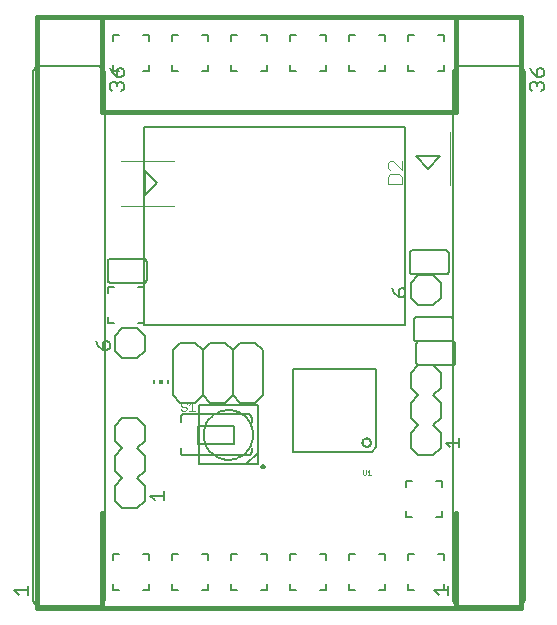
<source format=gto>
G75*
%MOIN*%
%OFA0B0*%
%FSLAX24Y24*%
%IPPOS*%
%LPD*%
%AMOC8*
5,1,8,0,0,1.08239X$1,22.5*
%
%ADD10C,0.0160*%
%ADD11C,0.0060*%
%ADD12C,0.0010*%
%ADD13R,0.0059X0.0118*%
%ADD14R,0.0118X0.0118*%
%ADD15C,0.0050*%
%ADD16C,0.0040*%
%ADD17C,0.0080*%
%ADD18C,0.0020*%
D10*
X001046Y000180D02*
X017188Y000180D01*
X017188Y019865D01*
X001046Y019865D01*
X001046Y000180D01*
X003211Y000180D02*
X003211Y003330D01*
X003211Y000180D02*
X015022Y000180D01*
X015022Y003330D01*
X015022Y016715D02*
X003211Y016715D01*
X003211Y019865D01*
X015022Y019865D01*
X015022Y016715D01*
D11*
X014917Y017985D02*
X014917Y000485D01*
X014638Y000761D02*
X014438Y000761D01*
X014638Y000761D02*
X014638Y000961D01*
X014917Y000485D02*
X014919Y000455D01*
X014924Y000425D01*
X014933Y000396D01*
X014946Y000369D01*
X014961Y000343D01*
X014980Y000319D01*
X015001Y000298D01*
X015025Y000279D01*
X015051Y000264D01*
X015078Y000251D01*
X015107Y000242D01*
X015137Y000237D01*
X015167Y000235D01*
X017067Y000235D01*
X017097Y000237D01*
X017127Y000242D01*
X017156Y000251D01*
X017183Y000264D01*
X017209Y000279D01*
X017233Y000298D01*
X017254Y000319D01*
X017273Y000343D01*
X017288Y000369D01*
X017301Y000396D01*
X017310Y000425D01*
X017315Y000455D01*
X017317Y000485D01*
X017317Y017985D01*
X017315Y018015D01*
X017310Y018045D01*
X017301Y018074D01*
X017288Y018101D01*
X017273Y018127D01*
X017254Y018151D01*
X017233Y018172D01*
X017209Y018191D01*
X017183Y018206D01*
X017156Y018219D01*
X017127Y018228D01*
X017097Y018233D01*
X017067Y018235D01*
X015167Y018235D01*
X015137Y018233D01*
X015107Y018228D01*
X015078Y018219D01*
X015051Y018206D01*
X015025Y018191D01*
X015001Y018172D01*
X014980Y018151D01*
X014961Y018127D01*
X014946Y018101D01*
X014933Y018074D01*
X014924Y018045D01*
X014919Y018015D01*
X014917Y017985D01*
X014638Y018084D02*
X014438Y018084D01*
X014638Y018084D02*
X014638Y018284D01*
X014638Y019084D02*
X014638Y019284D01*
X014438Y019284D01*
X013638Y019284D02*
X013438Y019284D01*
X013438Y019084D01*
X012669Y019084D02*
X012669Y019284D01*
X012469Y019284D01*
X011669Y019284D02*
X011469Y019284D01*
X011469Y019084D01*
X010701Y019084D02*
X010701Y019284D01*
X010501Y019284D01*
X009701Y019284D02*
X009501Y019284D01*
X009501Y019084D01*
X009501Y018284D02*
X009501Y018084D01*
X009701Y018084D01*
X010501Y018084D02*
X010701Y018084D01*
X010701Y018284D01*
X011469Y018284D02*
X011469Y018084D01*
X011669Y018084D01*
X012469Y018084D02*
X012669Y018084D01*
X012669Y018284D01*
X013438Y018284D02*
X013438Y018084D01*
X013638Y018084D01*
X008732Y018084D02*
X008532Y018084D01*
X008732Y018084D02*
X008732Y018284D01*
X008732Y019084D02*
X008732Y019284D01*
X008532Y019284D01*
X007732Y019284D02*
X007532Y019284D01*
X007532Y019084D01*
X006764Y019084D02*
X006764Y019284D01*
X006564Y019284D01*
X005764Y019284D02*
X005564Y019284D01*
X005564Y019084D01*
X004795Y019084D02*
X004795Y019284D01*
X004595Y019284D01*
X003795Y019284D02*
X003595Y019284D01*
X003595Y019084D01*
X003595Y018284D02*
X003595Y018084D01*
X003795Y018084D01*
X003317Y017985D02*
X003317Y000485D01*
X003595Y000761D02*
X003595Y000961D01*
X003595Y000761D02*
X003795Y000761D01*
X003317Y000485D02*
X003315Y000455D01*
X003310Y000425D01*
X003301Y000396D01*
X003288Y000369D01*
X003273Y000343D01*
X003254Y000319D01*
X003233Y000298D01*
X003209Y000279D01*
X003183Y000264D01*
X003156Y000251D01*
X003127Y000242D01*
X003097Y000237D01*
X003067Y000235D01*
X001167Y000235D01*
X001137Y000237D01*
X001107Y000242D01*
X001078Y000251D01*
X001051Y000264D01*
X001025Y000279D01*
X001001Y000298D01*
X000980Y000319D01*
X000961Y000343D01*
X000946Y000369D01*
X000933Y000396D01*
X000924Y000425D01*
X000919Y000455D01*
X000917Y000485D01*
X000917Y017985D01*
X000919Y018015D01*
X000924Y018045D01*
X000933Y018074D01*
X000946Y018101D01*
X000961Y018127D01*
X000980Y018151D01*
X001001Y018172D01*
X001025Y018191D01*
X001051Y018206D01*
X001078Y018219D01*
X001107Y018228D01*
X001137Y018233D01*
X001167Y018235D01*
X003067Y018235D01*
X003097Y018233D01*
X003127Y018228D01*
X003156Y018219D01*
X003183Y018206D01*
X003209Y018191D01*
X003233Y018172D01*
X003254Y018151D01*
X003273Y018127D01*
X003288Y018101D01*
X003301Y018074D01*
X003310Y018045D01*
X003315Y018015D01*
X003317Y017985D01*
X004595Y018084D02*
X004795Y018084D01*
X004795Y018284D01*
X005564Y018284D02*
X005564Y018084D01*
X005764Y018084D01*
X006564Y018084D02*
X006764Y018084D01*
X006764Y018284D01*
X007532Y018284D02*
X007532Y018084D01*
X007732Y018084D01*
X013477Y011993D02*
X013477Y011393D01*
X013479Y011376D01*
X013483Y011359D01*
X013490Y011343D01*
X013500Y011329D01*
X013513Y011316D01*
X013527Y011306D01*
X013543Y011299D01*
X013560Y011295D01*
X013577Y011293D01*
X014677Y011293D01*
X014694Y011295D01*
X014711Y011299D01*
X014727Y011306D01*
X014741Y011316D01*
X014754Y011329D01*
X014764Y011343D01*
X014771Y011359D01*
X014775Y011376D01*
X014777Y011393D01*
X014777Y011993D01*
X014775Y012010D01*
X014771Y012027D01*
X014764Y012043D01*
X014754Y012057D01*
X014741Y012070D01*
X014727Y012080D01*
X014711Y012087D01*
X014694Y012091D01*
X014677Y012093D01*
X013577Y012093D01*
X013560Y012091D01*
X013543Y012087D01*
X013527Y012080D01*
X013513Y012070D01*
X013500Y012057D01*
X013490Y012043D01*
X013483Y012027D01*
X013479Y012010D01*
X013477Y011993D01*
X013761Y011255D02*
X014261Y011255D01*
X014511Y011005D01*
X014511Y010505D01*
X014261Y010255D01*
X013761Y010255D01*
X013511Y010505D01*
X013511Y011005D01*
X013761Y011255D01*
X013721Y009870D02*
X014821Y009870D01*
X014838Y009868D01*
X014855Y009864D01*
X014871Y009857D01*
X014885Y009847D01*
X014898Y009834D01*
X014908Y009820D01*
X014915Y009804D01*
X014919Y009787D01*
X014921Y009770D01*
X014921Y009170D01*
X014919Y009153D01*
X014915Y009136D01*
X014908Y009120D01*
X014898Y009106D01*
X014885Y009093D01*
X014871Y009083D01*
X014855Y009076D01*
X014838Y009072D01*
X014821Y009070D01*
X013721Y009070D01*
X013796Y009070D02*
X014896Y009070D01*
X014913Y009068D01*
X014930Y009064D01*
X014946Y009057D01*
X014960Y009047D01*
X014973Y009034D01*
X014983Y009020D01*
X014990Y009004D01*
X014994Y008987D01*
X014996Y008970D01*
X014996Y008370D01*
X014994Y008353D01*
X014990Y008336D01*
X014983Y008320D01*
X014973Y008306D01*
X014960Y008293D01*
X014946Y008283D01*
X014930Y008276D01*
X014913Y008272D01*
X014896Y008270D01*
X013796Y008270D01*
X013761Y008255D02*
X014261Y008255D01*
X014511Y008005D01*
X014511Y007505D01*
X014261Y007255D01*
X014511Y007005D01*
X014511Y006505D01*
X014261Y006255D01*
X014511Y006005D01*
X014511Y005505D01*
X014261Y005255D01*
X013761Y005255D01*
X013511Y005505D01*
X013511Y006005D01*
X013761Y006255D01*
X013511Y006505D01*
X013511Y007005D01*
X013761Y007255D01*
X013511Y007505D01*
X013511Y008005D01*
X013761Y008255D01*
X013796Y008270D02*
X013779Y008272D01*
X013762Y008276D01*
X013746Y008283D01*
X013732Y008293D01*
X013719Y008306D01*
X013709Y008320D01*
X013702Y008336D01*
X013698Y008353D01*
X013696Y008370D01*
X013696Y008970D01*
X013698Y008987D01*
X013702Y009004D01*
X013709Y009020D01*
X013719Y009034D01*
X013732Y009047D01*
X013746Y009057D01*
X013762Y009064D01*
X013779Y009068D01*
X013796Y009070D01*
X013721Y009070D02*
X013704Y009072D01*
X013687Y009076D01*
X013671Y009083D01*
X013657Y009093D01*
X013644Y009106D01*
X013634Y009120D01*
X013627Y009136D01*
X013623Y009153D01*
X013621Y009170D01*
X013621Y009770D01*
X013623Y009787D01*
X013627Y009804D01*
X013634Y009820D01*
X013644Y009834D01*
X013657Y009847D01*
X013671Y009857D01*
X013687Y009864D01*
X013704Y009868D01*
X013721Y009870D01*
X012347Y008143D02*
X012347Y005523D01*
X012207Y005383D01*
X009587Y005383D01*
X009587Y008143D01*
X012347Y008143D01*
X011906Y005683D02*
X011908Y005706D01*
X011914Y005729D01*
X011923Y005750D01*
X011936Y005770D01*
X011952Y005787D01*
X011970Y005801D01*
X011990Y005812D01*
X012012Y005820D01*
X012035Y005824D01*
X012059Y005824D01*
X012082Y005820D01*
X012104Y005812D01*
X012124Y005801D01*
X012142Y005787D01*
X012158Y005770D01*
X012171Y005750D01*
X012180Y005729D01*
X012186Y005706D01*
X012188Y005683D01*
X012186Y005660D01*
X012180Y005637D01*
X012171Y005616D01*
X012158Y005596D01*
X012142Y005579D01*
X012124Y005565D01*
X012104Y005554D01*
X012082Y005546D01*
X012059Y005542D01*
X012035Y005542D01*
X012012Y005546D01*
X011990Y005554D01*
X011970Y005565D01*
X011952Y005579D01*
X011936Y005596D01*
X011923Y005616D01*
X011914Y005637D01*
X011908Y005660D01*
X011906Y005683D01*
X013343Y004396D02*
X013343Y004196D01*
X013343Y004396D02*
X013543Y004396D01*
X014343Y004396D02*
X014543Y004396D01*
X014543Y004196D01*
X014543Y003396D02*
X014543Y003196D01*
X014343Y003196D01*
X013543Y003196D02*
X013343Y003196D01*
X013343Y003396D01*
X013438Y001961D02*
X013638Y001961D01*
X013438Y001961D02*
X013438Y001761D01*
X012669Y001761D02*
X012669Y001961D01*
X012469Y001961D01*
X011669Y001961D02*
X011469Y001961D01*
X011469Y001761D01*
X010701Y001761D02*
X010701Y001961D01*
X010501Y001961D01*
X009701Y001961D02*
X009501Y001961D01*
X009501Y001761D01*
X009501Y000961D02*
X009501Y000761D01*
X009701Y000761D01*
X010501Y000761D02*
X010701Y000761D01*
X010701Y000961D01*
X011469Y000961D02*
X011469Y000761D01*
X011669Y000761D01*
X012469Y000761D02*
X012669Y000761D01*
X012669Y000961D01*
X013438Y000961D02*
X013438Y000761D01*
X013638Y000761D01*
X014638Y001761D02*
X014638Y001961D01*
X014438Y001961D01*
X008732Y001961D02*
X008732Y001761D01*
X008732Y001961D02*
X008532Y001961D01*
X007732Y001961D02*
X007532Y001961D01*
X007532Y001761D01*
X006764Y001761D02*
X006764Y001961D01*
X006564Y001961D01*
X005764Y001961D02*
X005564Y001961D01*
X005564Y001761D01*
X004795Y001761D02*
X004795Y001961D01*
X004595Y001961D01*
X003795Y001961D02*
X003595Y001961D01*
X003595Y001761D01*
X004595Y000761D02*
X004795Y000761D01*
X004795Y000961D01*
X005564Y000961D02*
X005564Y000761D01*
X005764Y000761D01*
X006564Y000761D02*
X006764Y000761D01*
X006764Y000961D01*
X007532Y000961D02*
X007532Y000761D01*
X007732Y000761D01*
X008532Y000761D02*
X008732Y000761D01*
X008732Y000961D01*
X004656Y003740D02*
X004656Y004240D01*
X004406Y004490D01*
X004656Y004740D01*
X004656Y005240D01*
X004406Y005490D01*
X004656Y005740D01*
X004656Y006240D01*
X004406Y006490D01*
X003906Y006490D01*
X003656Y006240D01*
X003656Y005740D01*
X003906Y005490D01*
X003656Y005240D01*
X003656Y004740D01*
X003906Y004490D01*
X003656Y004240D01*
X003656Y003740D01*
X003906Y003490D01*
X004406Y003490D01*
X004656Y003740D01*
X005835Y007007D02*
X005585Y007257D01*
X005585Y008757D01*
X005835Y009007D01*
X006335Y009007D01*
X006585Y008757D01*
X006585Y007257D01*
X006335Y007007D01*
X005835Y007007D01*
X006585Y007257D02*
X006835Y007007D01*
X007335Y007007D01*
X007585Y007257D01*
X007585Y008757D01*
X007335Y009007D01*
X006835Y009007D01*
X006585Y008757D01*
X007585Y008757D02*
X007835Y009007D01*
X008335Y009007D01*
X008585Y008757D01*
X008585Y007257D01*
X008335Y007007D01*
X007835Y007007D01*
X007585Y007257D01*
X004656Y008740D02*
X004406Y008490D01*
X003906Y008490D01*
X003656Y008740D01*
X003656Y009240D01*
X003906Y009490D01*
X004406Y009490D01*
X004656Y009240D01*
X004656Y008740D01*
X004629Y009671D02*
X004429Y009671D01*
X004629Y009671D02*
X004629Y009871D01*
X004629Y010671D02*
X004629Y010871D01*
X004429Y010871D01*
X004611Y011010D02*
X003511Y011010D01*
X003494Y011012D01*
X003477Y011016D01*
X003461Y011023D01*
X003447Y011033D01*
X003434Y011046D01*
X003424Y011060D01*
X003417Y011076D01*
X003413Y011093D01*
X003411Y011110D01*
X003411Y011710D01*
X003413Y011727D01*
X003417Y011744D01*
X003424Y011760D01*
X003434Y011774D01*
X003447Y011787D01*
X003461Y011797D01*
X003477Y011804D01*
X003494Y011808D01*
X003511Y011810D01*
X004611Y011810D01*
X004628Y011808D01*
X004645Y011804D01*
X004661Y011797D01*
X004675Y011787D01*
X004688Y011774D01*
X004698Y011760D01*
X004705Y011744D01*
X004709Y011727D01*
X004711Y011710D01*
X004711Y011110D01*
X004709Y011093D01*
X004705Y011076D01*
X004698Y011060D01*
X004688Y011046D01*
X004675Y011033D01*
X004661Y011023D01*
X004645Y011016D01*
X004628Y011012D01*
X004611Y011010D01*
X003629Y010871D02*
X003429Y010871D01*
X003429Y010671D01*
X003429Y009871D02*
X003429Y009671D01*
X003629Y009671D01*
D12*
X011927Y004758D02*
X011927Y004633D01*
X011952Y004608D01*
X012002Y004608D01*
X012027Y004633D01*
X012027Y004758D01*
X012075Y004708D02*
X012125Y004758D01*
X012125Y004608D01*
X012075Y004608D02*
X012175Y004608D01*
D13*
X005422Y007699D03*
X004950Y007699D03*
D14*
X005186Y007699D03*
D15*
X000291Y000760D02*
X000441Y000610D01*
X000291Y000760D02*
X000742Y000760D01*
X000742Y000610D02*
X000742Y000910D01*
X004830Y003915D02*
X005281Y003915D01*
X005281Y003765D02*
X005281Y004065D01*
X004981Y003765D02*
X004830Y003915D01*
X005943Y005256D02*
X008069Y005256D01*
X008090Y005254D01*
X008111Y005256D01*
X008131Y005262D01*
X008150Y005271D01*
X008167Y005283D01*
X008182Y005298D01*
X008193Y005315D01*
X008202Y005334D01*
X008207Y005354D01*
X008207Y005512D01*
X008420Y005349D02*
X008026Y004956D01*
X006452Y004956D01*
X006452Y006924D01*
X008420Y006924D01*
X008420Y005349D01*
X008420Y004956D01*
X008026Y004956D01*
X008535Y004882D02*
X008537Y004896D01*
X008543Y004910D01*
X008551Y004922D01*
X008563Y004930D01*
X008577Y004936D01*
X008591Y004938D01*
X008605Y004936D01*
X008619Y004930D01*
X008631Y004922D01*
X008639Y004910D01*
X008645Y004896D01*
X008647Y004882D01*
X008645Y004868D01*
X008639Y004854D01*
X008631Y004842D01*
X008619Y004834D01*
X008605Y004828D01*
X008591Y004826D01*
X008577Y004828D01*
X008563Y004834D01*
X008551Y004842D01*
X008543Y004854D01*
X008537Y004868D01*
X008535Y004882D01*
X007616Y005650D02*
X007616Y006240D01*
X006435Y006240D01*
X006435Y005650D01*
X007616Y005650D01*
X006609Y005940D02*
X006611Y005997D01*
X006617Y006054D01*
X006627Y006110D01*
X006640Y006166D01*
X006658Y006220D01*
X006679Y006273D01*
X006704Y006324D01*
X006732Y006374D01*
X006764Y006421D01*
X006798Y006467D01*
X006836Y006509D01*
X006877Y006549D01*
X006920Y006587D01*
X006966Y006621D01*
X007014Y006651D01*
X007064Y006679D01*
X007116Y006703D01*
X007170Y006723D01*
X007224Y006739D01*
X007280Y006752D01*
X007336Y006761D01*
X007393Y006766D01*
X007450Y006767D01*
X007507Y006764D01*
X007564Y006757D01*
X007620Y006746D01*
X007675Y006732D01*
X007729Y006713D01*
X007782Y006691D01*
X007833Y006666D01*
X007882Y006636D01*
X007929Y006604D01*
X007974Y006568D01*
X008016Y006530D01*
X008055Y006488D01*
X008091Y006444D01*
X008125Y006398D01*
X008155Y006349D01*
X008181Y006299D01*
X008204Y006247D01*
X008223Y006193D01*
X008239Y006138D01*
X008251Y006082D01*
X008259Y006025D01*
X008263Y005969D01*
X008263Y005911D01*
X008259Y005855D01*
X008251Y005798D01*
X008239Y005742D01*
X008223Y005687D01*
X008204Y005633D01*
X008181Y005581D01*
X008155Y005531D01*
X008125Y005482D01*
X008091Y005436D01*
X008055Y005392D01*
X008016Y005350D01*
X007974Y005312D01*
X007929Y005276D01*
X007882Y005244D01*
X007833Y005214D01*
X007782Y005189D01*
X007729Y005167D01*
X007675Y005148D01*
X007620Y005134D01*
X007564Y005123D01*
X007507Y005116D01*
X007450Y005113D01*
X007393Y005114D01*
X007336Y005119D01*
X007280Y005128D01*
X007224Y005141D01*
X007170Y005157D01*
X007116Y005177D01*
X007064Y005201D01*
X007014Y005229D01*
X006966Y005259D01*
X006920Y005293D01*
X006877Y005331D01*
X006836Y005371D01*
X006798Y005413D01*
X006764Y005459D01*
X006732Y005506D01*
X006704Y005556D01*
X006679Y005607D01*
X006658Y005660D01*
X006640Y005714D01*
X006627Y005770D01*
X006617Y005826D01*
X006611Y005883D01*
X006609Y005940D01*
X005943Y005256D02*
X005926Y005257D01*
X005909Y005262D01*
X005894Y005269D01*
X005880Y005279D01*
X005868Y005291D01*
X005858Y005305D01*
X005851Y005320D01*
X005846Y005337D01*
X005845Y005354D01*
X005845Y005512D01*
X005845Y006378D02*
X005845Y006536D01*
X005846Y006553D01*
X005851Y006570D01*
X005858Y006585D01*
X005868Y006599D01*
X005880Y006611D01*
X005894Y006621D01*
X005909Y006628D01*
X005926Y006633D01*
X005943Y006634D01*
X008108Y006634D01*
X008125Y006633D01*
X008142Y006628D01*
X008157Y006621D01*
X008171Y006611D01*
X008183Y006599D01*
X008193Y006585D01*
X008200Y006570D01*
X008205Y006553D01*
X008206Y006536D01*
X008207Y006536D02*
X008207Y006378D01*
X004626Y009620D02*
X013326Y009620D01*
X013326Y016220D01*
X004626Y016220D01*
X004626Y009620D01*
X003481Y008990D02*
X003406Y009065D01*
X003331Y009065D01*
X003256Y008990D01*
X003256Y008765D01*
X003406Y008765D01*
X003481Y008840D01*
X003481Y008990D01*
X003256Y008765D02*
X003105Y008915D01*
X003030Y009065D01*
X003566Y017410D02*
X003491Y017485D01*
X003491Y017635D01*
X003566Y017710D01*
X003641Y017710D01*
X003716Y017635D01*
X003792Y017710D01*
X003867Y017710D01*
X003942Y017635D01*
X003942Y017485D01*
X003867Y017410D01*
X003716Y017560D02*
X003716Y017635D01*
X003716Y017871D02*
X003566Y018021D01*
X003491Y018171D01*
X003716Y018096D02*
X003716Y017871D01*
X003867Y017871D01*
X003942Y017946D01*
X003942Y018096D01*
X003867Y018171D01*
X003792Y018171D01*
X003716Y018096D01*
X012885Y010830D02*
X012960Y010680D01*
X013111Y010530D01*
X013111Y010755D01*
X013186Y010830D01*
X013261Y010830D01*
X013336Y010755D01*
X013336Y010605D01*
X013261Y010530D01*
X013111Y010530D01*
X015136Y005830D02*
X015136Y005530D01*
X015136Y005680D02*
X014685Y005680D01*
X014836Y005530D01*
X014742Y000910D02*
X014742Y000610D01*
X014742Y000760D02*
X014291Y000760D01*
X014441Y000610D01*
X017566Y017410D02*
X017491Y017485D01*
X017491Y017635D01*
X017566Y017710D01*
X017641Y017710D01*
X017716Y017635D01*
X017792Y017710D01*
X017867Y017710D01*
X017942Y017635D01*
X017942Y017485D01*
X017867Y017410D01*
X017716Y017560D02*
X017716Y017635D01*
X017716Y017871D02*
X017716Y018096D01*
X017792Y018171D01*
X017867Y018171D01*
X017942Y018096D01*
X017942Y017946D01*
X017867Y017871D01*
X017716Y017871D01*
X017566Y018021D01*
X017491Y018171D01*
D16*
X014836Y016035D02*
X014836Y014255D01*
X013336Y014255D02*
X013336Y016035D01*
X013216Y015082D02*
X013216Y014775D01*
X012909Y015082D01*
X012832Y015082D01*
X012755Y015006D01*
X012755Y014852D01*
X012832Y014775D01*
X012832Y014622D02*
X012755Y014545D01*
X012755Y014315D01*
X013216Y014315D01*
X013216Y014545D01*
X013139Y014622D01*
X012832Y014622D01*
X005626Y015085D02*
X003846Y015085D01*
X003846Y013585D02*
X005626Y013585D01*
D17*
X005063Y014335D02*
X004660Y014729D01*
X004660Y013941D01*
X005063Y014335D01*
X013692Y015221D02*
X014480Y015221D01*
X014086Y014818D01*
X013692Y015221D01*
D18*
X006224Y007023D02*
X006224Y006742D01*
X006131Y006742D02*
X006318Y006742D01*
X006131Y006929D02*
X006224Y007023D01*
X006042Y006976D02*
X005995Y007023D01*
X005901Y007023D01*
X005855Y006976D01*
X005855Y006929D01*
X005901Y006883D01*
X005995Y006883D01*
X006042Y006836D01*
X006042Y006789D01*
X005995Y006742D01*
X005901Y006742D01*
X005855Y006789D01*
M02*

</source>
